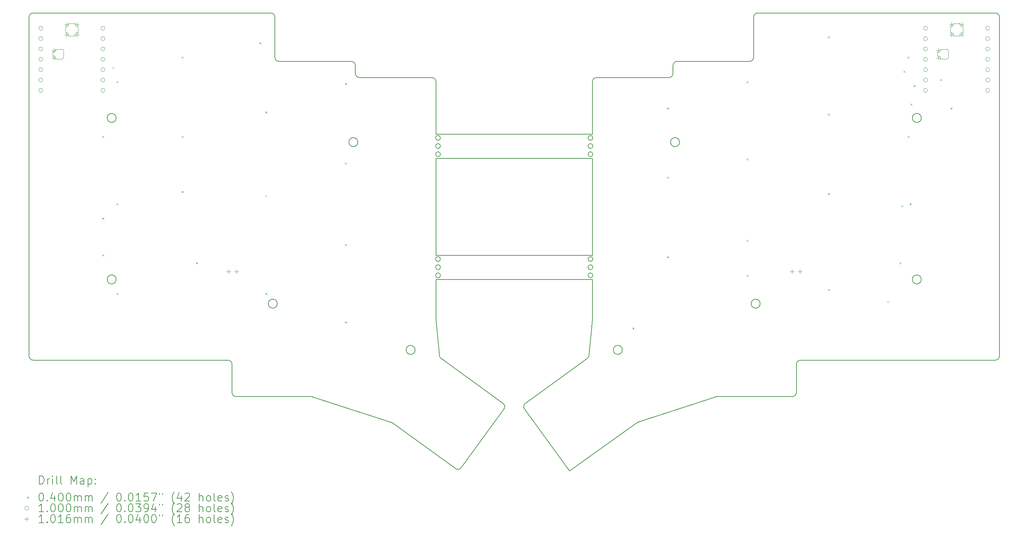
<source format=gbr>
%TF.GenerationSoftware,KiCad,Pcbnew,8.0.1*%
%TF.CreationDate,2024-04-22T06:22:56+12:00*%
%TF.ProjectId,main routed,6d61696e-2072-46f7-9574-65642e6b6963,v1.0.0*%
%TF.SameCoordinates,Original*%
%TF.FileFunction,Drillmap*%
%TF.FilePolarity,Positive*%
%FSLAX45Y45*%
G04 Gerber Fmt 4.5, Leading zero omitted, Abs format (unit mm)*
G04 Created by KiCad (PCBNEW 8.0.1) date 2024-04-22 06:22:56*
%MOMM*%
%LPD*%
G01*
G04 APERTURE LIST*
%ADD10C,0.150000*%
%ADD11C,0.120000*%
%ADD12C,0.200000*%
%ADD13C,0.100000*%
%ADD14C,0.101600*%
G04 APERTURE END LIST*
D10*
X16663200Y-9396760D02*
G75*
G02*
X16543200Y-9396760I-60000J0D01*
G01*
X16543200Y-9396760D02*
G75*
G02*
X16663200Y-9396760I60000J0D01*
G01*
X17747552Y-13413188D02*
X16131564Y-14568917D01*
X2935226Y-11878560D02*
X7713226Y-11878560D01*
X12924026Y-9596760D02*
G75*
G02*
X12804026Y-9596760I-60000J0D01*
G01*
X12804026Y-9596760D02*
G75*
G02*
X12924026Y-9596760I60000J0D01*
G01*
X12815666Y-10892638D02*
G75*
G02*
X12815226Y-10883261I99554J9378D01*
G01*
X20604000Y-4448120D02*
G75*
G02*
X20504000Y-4548120I-100000J0D01*
G01*
X18628000Y-4844360D02*
G75*
G02*
X18528000Y-4944360I-100000J0D01*
G01*
X21654000Y-11978560D02*
G75*
G02*
X21754000Y-11878560I100000J0D01*
G01*
X8863226Y-4448120D02*
X8863226Y-3459400D01*
X2935226Y-11878560D02*
G75*
G02*
X2835230Y-11778560I4J100000D01*
G01*
X10739226Y-4548120D02*
X8963226Y-4548120D01*
X12924026Y-6824960D02*
G75*
G02*
X12804026Y-6824960I-60000J0D01*
G01*
X12804026Y-6824960D02*
G75*
G02*
X12924026Y-6824960I60000J0D01*
G01*
X8923226Y-10491720D02*
G75*
G02*
X8703226Y-10491720I-110000J0D01*
G01*
X8703226Y-10491720D02*
G75*
G02*
X8923226Y-10491720I110000J0D01*
G01*
X8763226Y-3359400D02*
G75*
G02*
X8863230Y-3459400I4J-100000D01*
G01*
X16663200Y-6624960D02*
G75*
G02*
X16543200Y-6624960I-60000J0D01*
G01*
X16543200Y-6624960D02*
G75*
G02*
X16663200Y-6624960I60000J0D01*
G01*
X24716000Y-5934960D02*
G75*
G02*
X24496000Y-5934960I-110000J0D01*
G01*
X24496000Y-5934960D02*
G75*
G02*
X24716000Y-5934960I110000J0D01*
G01*
X9781954Y-12772920D02*
X9780262Y-12778129D01*
X10839226Y-4844360D02*
X10839226Y-4648120D01*
X20604000Y-3459400D02*
X20604000Y-4448120D01*
X12924026Y-6424960D02*
G75*
G02*
X12804026Y-6424960I-60000J0D01*
G01*
X12804026Y-6424960D02*
G75*
G02*
X12924026Y-6424960I60000J0D01*
G01*
X16529117Y-11831180D02*
X15007495Y-12936703D01*
X17774823Y-13399421D02*
X19686964Y-12778129D01*
X16652000Y-6334960D02*
X16652000Y-5044360D01*
X18528000Y-4944360D02*
X16752000Y-4944360D01*
X12815226Y-6334960D02*
X12815226Y-5044360D01*
X21654000Y-12672920D02*
G75*
G02*
X21554000Y-12772920I-100000J0D01*
G01*
X26632000Y-11778560D02*
X26632000Y-3459400D01*
X10939226Y-4944360D02*
G75*
G02*
X10839230Y-4844360I4J100000D01*
G01*
X12815226Y-6925560D02*
X16652000Y-6925560D01*
X7813226Y-11978560D02*
X7813226Y-12672920D01*
X17385040Y-11626489D02*
G75*
G02*
X17165040Y-11626489I-110000J0D01*
G01*
X17165040Y-11626489D02*
G75*
G02*
X17385040Y-11626489I110000J0D01*
G01*
X16652000Y-6334960D02*
X12815226Y-6334960D01*
X2935226Y-3359400D02*
X8763226Y-3359400D01*
X11738097Y-13414268D02*
G75*
G02*
X11765974Y-13428473I-30907J-95112D01*
G01*
X12815226Y-9897360D02*
X16652000Y-9897360D01*
X12924026Y-9396760D02*
G75*
G02*
X12804026Y-9396760I-60000J0D01*
G01*
X12804026Y-9396760D02*
G75*
G02*
X12924026Y-9396760I60000J0D01*
G01*
X12924026Y-6624960D02*
G75*
G02*
X12804026Y-6624960I-60000J0D01*
G01*
X12804026Y-6624960D02*
G75*
G02*
X12924026Y-6624960I60000J0D01*
G01*
X9780262Y-12778129D02*
X11738097Y-13414268D01*
X4971226Y-5934960D02*
G75*
G02*
X4751226Y-5934960I-110000J0D01*
G01*
X4751226Y-5934960D02*
G75*
G02*
X4971226Y-5934960I110000J0D01*
G01*
X14985372Y-13076383D02*
X16091113Y-14598306D01*
X18628000Y-4648120D02*
G75*
G02*
X18728000Y-4548120I100000J0D01*
G01*
X16569897Y-11759655D02*
G75*
G02*
X16529117Y-11831180I-99557J9376D01*
G01*
X12715226Y-4944360D02*
G75*
G02*
X12815230Y-5044360I4J-100000D01*
G01*
X7713226Y-11878560D02*
G75*
G02*
X7813230Y-11978560I4J-100000D01*
G01*
X18628000Y-4648120D02*
X18628000Y-4844360D01*
X4971226Y-9897360D02*
G75*
G02*
X4751226Y-9897360I-110000J0D01*
G01*
X4751226Y-9897360D02*
G75*
G02*
X4971226Y-9897360I110000J0D01*
G01*
X14459731Y-12936703D02*
X12938109Y-11831180D01*
X16663200Y-6424960D02*
G75*
G02*
X16543200Y-6424960I-60000J0D01*
G01*
X16543200Y-6424960D02*
G75*
G02*
X16663200Y-6424960I60000J0D01*
G01*
X11765974Y-13428472D02*
X13295211Y-14539527D01*
X21754000Y-11878560D02*
X26532000Y-11878560D01*
X16652000Y-10883261D02*
X16652000Y-9897360D01*
X14459731Y-12936703D02*
G75*
G02*
X14481848Y-13076379I-58781J-80897D01*
G01*
X16652000Y-9306760D02*
X16652000Y-6925560D01*
X16652000Y-5044360D02*
G75*
G02*
X16752000Y-4944360I100000J0D01*
G01*
X7913226Y-12772920D02*
G75*
G02*
X7813230Y-12672920I4J100000D01*
G01*
X16663200Y-9596760D02*
G75*
G02*
X16543200Y-9596760I-60000J0D01*
G01*
X16543200Y-9596760D02*
G75*
G02*
X16663200Y-9596760I60000J0D01*
G01*
X17747552Y-13413188D02*
G75*
G02*
X17774822Y-13399420I58178J-81342D01*
G01*
X26632000Y-11778560D02*
G75*
G02*
X26532000Y-11878560I-100000J0D01*
G01*
X16091113Y-14598306D02*
X16131564Y-14568917D01*
X12302186Y-11626489D02*
G75*
G02*
X12082186Y-11626489I-110000J0D01*
G01*
X12082186Y-11626489D02*
G75*
G02*
X12302186Y-11626489I110000J0D01*
G01*
X14985372Y-13076383D02*
G75*
G02*
X15007492Y-12936698I80898J58783D01*
G01*
X2835226Y-11778560D02*
X2835226Y-3459400D01*
X2835226Y-3459400D02*
G75*
G02*
X2935226Y-3359396I100004J0D01*
G01*
X7913226Y-12772920D02*
X9781954Y-12772920D01*
X18788000Y-6529320D02*
G75*
G02*
X18568000Y-6529320I-110000J0D01*
G01*
X18568000Y-6529320D02*
G75*
G02*
X18788000Y-6529320I110000J0D01*
G01*
X16663200Y-9796760D02*
G75*
G02*
X16543200Y-9796760I-60000J0D01*
G01*
X16543200Y-9796760D02*
G75*
G02*
X16663200Y-9796760I60000J0D01*
G01*
X10739226Y-4548120D02*
G75*
G02*
X10839230Y-4648120I4J-100000D01*
G01*
X12815226Y-10883261D02*
X12815226Y-9897360D01*
X12924026Y-9796760D02*
G75*
G02*
X12804026Y-9796760I-60000J0D01*
G01*
X12804026Y-9796760D02*
G75*
G02*
X12924026Y-9796760I60000J0D01*
G01*
X16652000Y-9306760D02*
X12815226Y-9306760D01*
X21654000Y-12672920D02*
X21654000Y-11978560D01*
X20704000Y-3359400D02*
X26532000Y-3359400D01*
X12715226Y-4944360D02*
X10939226Y-4944360D01*
X13434891Y-14517404D02*
G75*
G02*
X13295211Y-14539527I-80901J58774D01*
G01*
X20504000Y-4548120D02*
X18728000Y-4548120D01*
X26532000Y-3359400D02*
G75*
G02*
X26632000Y-3459400I0J-100000D01*
G01*
X24716000Y-9897360D02*
G75*
G02*
X24496000Y-9897360I-110000J0D01*
G01*
X24496000Y-9897360D02*
G75*
G02*
X24716000Y-9897360I110000J0D01*
G01*
X12815226Y-9306760D02*
X12815226Y-6925560D01*
X16652000Y-10883261D02*
G75*
G02*
X16651559Y-10892638I-100000J1D01*
G01*
X16663200Y-6824960D02*
G75*
G02*
X16543200Y-6824960I-60000J0D01*
G01*
X16543200Y-6824960D02*
G75*
G02*
X16663200Y-6824960I60000J0D01*
G01*
X20764000Y-10491720D02*
G75*
G02*
X20544000Y-10491720I-110000J0D01*
G01*
X20544000Y-10491720D02*
G75*
G02*
X20764000Y-10491720I110000J0D01*
G01*
X10899226Y-6529320D02*
G75*
G02*
X10679226Y-6529320I-110000J0D01*
G01*
X10679226Y-6529320D02*
G75*
G02*
X10899226Y-6529320I110000J0D01*
G01*
X8963226Y-4548120D02*
G75*
G02*
X8863230Y-4448120I4J100000D01*
G01*
X19686964Y-12778129D02*
X19685272Y-12772920D01*
X20604000Y-3459400D02*
G75*
G02*
X20704000Y-3359400I100000J0D01*
G01*
X13434891Y-14517404D02*
X14481854Y-13076383D01*
X16569897Y-11759655D02*
X16651559Y-10892638D01*
X12938109Y-11831180D02*
G75*
G02*
X12897331Y-11759655I58781J80900D01*
G01*
X19685272Y-12772920D02*
X21554000Y-12772920D01*
X12897328Y-11759655D02*
X12815666Y-10892638D01*
D11*
X25113100Y-4421980D02*
X25113100Y-4317840D01*
X25181680Y-4249260D02*
X25341700Y-4249260D01*
X25341700Y-4490560D02*
X25181680Y-4490560D01*
X25379800Y-4287360D02*
X25379800Y-4452460D01*
X25430600Y-3850480D02*
X25430600Y-3682840D01*
X25499180Y-3614260D02*
X25666820Y-3614260D01*
X25499180Y-3919060D02*
X25666820Y-3919060D01*
X25735400Y-3850480D02*
X25735400Y-3682840D01*
X25113100Y-4421980D02*
G75*
G02*
X25181686Y-4490549I24780J-43800D01*
G01*
X25181680Y-4249260D02*
G75*
G02*
X25113111Y-4317846I-43800J-24780D01*
G01*
X25341700Y-4249260D02*
G75*
G02*
X25379800Y-4287360I0J-38100D01*
G01*
X25379800Y-4452460D02*
G75*
G02*
X25341700Y-4490560I-38100J0D01*
G01*
X25430600Y-3850480D02*
G75*
G02*
X25499186Y-3919049I24780J-43800D01*
G01*
X25499180Y-3614260D02*
G75*
G02*
X25430611Y-3682846I-43800J-24780D01*
G01*
X25666820Y-3919060D02*
G75*
G02*
X25735389Y-3850474I43800J24780D01*
G01*
X25735400Y-3682840D02*
G75*
G02*
X25666827Y-3614247I-24770J43810D01*
G01*
X3414326Y-4421980D02*
X3414326Y-4317840D01*
X3482906Y-4249260D02*
X3642926Y-4249260D01*
X3642926Y-4490560D02*
X3482906Y-4490560D01*
X3681026Y-4287360D02*
X3681026Y-4452460D01*
X3731826Y-3850480D02*
X3731826Y-3682840D01*
X3800406Y-3614260D02*
X3968046Y-3614260D01*
X3800406Y-3919060D02*
X3968046Y-3919060D01*
X4036626Y-3850480D02*
X4036626Y-3682840D01*
X3414326Y-4421980D02*
G75*
G02*
X3482912Y-4490549I24780J-43800D01*
G01*
X3482906Y-4249260D02*
G75*
G02*
X3414337Y-4317846I-43800J-24780D01*
G01*
X3642926Y-4249260D02*
G75*
G02*
X3681026Y-4287360I0J-38100D01*
G01*
X3681026Y-4452460D02*
G75*
G02*
X3642926Y-4490560I-38100J0D01*
G01*
X3731826Y-3850480D02*
G75*
G02*
X3800412Y-3919049I24780J-43800D01*
G01*
X3800406Y-3614260D02*
G75*
G02*
X3731837Y-3682846I-43800J-24780D01*
G01*
X3968046Y-3919060D02*
G75*
G02*
X4036615Y-3850474I43800J24780D01*
G01*
X4036626Y-3682840D02*
G75*
G02*
X3968053Y-3614247I-24770J43810D01*
G01*
D12*
D13*
X4630000Y-6380000D02*
X4670000Y-6420000D01*
X4670000Y-6380000D02*
X4630000Y-6420000D01*
X4630000Y-8380000D02*
X4670000Y-8420000D01*
X4670000Y-8380000D02*
X4630000Y-8420000D01*
X4630000Y-9280000D02*
X4670000Y-9320000D01*
X4670000Y-9280000D02*
X4630000Y-9320000D01*
X4880000Y-4680000D02*
X4920000Y-4720000D01*
X4920000Y-4680000D02*
X4880000Y-4720000D01*
X4980000Y-5030000D02*
X5020000Y-5070000D01*
X5020000Y-5030000D02*
X4980000Y-5070000D01*
X4980000Y-8030000D02*
X5020000Y-8070000D01*
X5020000Y-8030000D02*
X4980000Y-8070000D01*
X4980000Y-10230000D02*
X5020000Y-10270000D01*
X5020000Y-10230000D02*
X4980000Y-10270000D01*
X6580000Y-4430000D02*
X6620000Y-4470000D01*
X6620000Y-4430000D02*
X6580000Y-4470000D01*
X6580000Y-6380000D02*
X6620000Y-6420000D01*
X6620000Y-6380000D02*
X6580000Y-6420000D01*
X6580000Y-7730000D02*
X6620000Y-7770000D01*
X6620000Y-7730000D02*
X6580000Y-7770000D01*
X6930000Y-9480000D02*
X6970000Y-9520000D01*
X6970000Y-9480000D02*
X6930000Y-9520000D01*
X8480000Y-4080000D02*
X8520000Y-4120000D01*
X8520000Y-4080000D02*
X8480000Y-4120000D01*
X8630000Y-5780000D02*
X8670000Y-5820000D01*
X8670000Y-5780000D02*
X8630000Y-5820000D01*
X8630000Y-7830000D02*
X8670000Y-7870000D01*
X8670000Y-7830000D02*
X8630000Y-7870000D01*
X8630000Y-10230000D02*
X8670000Y-10270000D01*
X8670000Y-10230000D02*
X8630000Y-10270000D01*
X10580000Y-5080000D02*
X10620000Y-5120000D01*
X10620000Y-5080000D02*
X10580000Y-5120000D01*
X10580000Y-7030000D02*
X10620000Y-7070000D01*
X10620000Y-7030000D02*
X10580000Y-7070000D01*
X10580000Y-9030000D02*
X10620000Y-9070000D01*
X10620000Y-9030000D02*
X10580000Y-9070000D01*
X10580000Y-10930000D02*
X10620000Y-10970000D01*
X10620000Y-10930000D02*
X10580000Y-10970000D01*
X17630000Y-11080000D02*
X17670000Y-11120000D01*
X17670000Y-11080000D02*
X17630000Y-11120000D01*
X18480000Y-5680000D02*
X18520000Y-5720000D01*
X18520000Y-5680000D02*
X18480000Y-5720000D01*
X18480000Y-7380000D02*
X18520000Y-7420000D01*
X18520000Y-7380000D02*
X18480000Y-7420000D01*
X18480000Y-9330000D02*
X18520000Y-9370000D01*
X18520000Y-9330000D02*
X18480000Y-9370000D01*
X20430000Y-5030000D02*
X20470000Y-5070000D01*
X20470000Y-5030000D02*
X20430000Y-5070000D01*
X20430000Y-6930000D02*
X20470000Y-6970000D01*
X20470000Y-6930000D02*
X20430000Y-6970000D01*
X20430000Y-8930000D02*
X20470000Y-8970000D01*
X20470000Y-8930000D02*
X20430000Y-8970000D01*
X20430000Y-9780000D02*
X20470000Y-9820000D01*
X20470000Y-9780000D02*
X20430000Y-9820000D01*
X22430000Y-3930000D02*
X22470000Y-3970000D01*
X22470000Y-3930000D02*
X22430000Y-3970000D01*
X22430000Y-5830000D02*
X22470000Y-5870000D01*
X22470000Y-5830000D02*
X22430000Y-5870000D01*
X22430000Y-7780000D02*
X22470000Y-7820000D01*
X22470000Y-7780000D02*
X22430000Y-7820000D01*
X22430000Y-10130000D02*
X22470000Y-10170000D01*
X22470000Y-10130000D02*
X22430000Y-10170000D01*
X23880000Y-10430000D02*
X23920000Y-10470000D01*
X23920000Y-10430000D02*
X23880000Y-10470000D01*
X24180000Y-9480000D02*
X24220000Y-9520000D01*
X24220000Y-9480000D02*
X24180000Y-9520000D01*
X24230000Y-8080000D02*
X24270000Y-8120000D01*
X24270000Y-8080000D02*
X24230000Y-8120000D01*
X24280000Y-4780000D02*
X24320000Y-4820000D01*
X24320000Y-4780000D02*
X24280000Y-4820000D01*
X24380000Y-4430000D02*
X24420000Y-4470000D01*
X24420000Y-4430000D02*
X24380000Y-4470000D01*
X24380000Y-6380000D02*
X24420000Y-6420000D01*
X24420000Y-6380000D02*
X24380000Y-6420000D01*
X24430000Y-8030000D02*
X24470000Y-8070000D01*
X24470000Y-8030000D02*
X24430000Y-8070000D01*
X24452500Y-5580000D02*
X24492500Y-5620000D01*
X24492500Y-5580000D02*
X24452500Y-5620000D01*
X24530000Y-5130000D02*
X24570000Y-5170000D01*
X24570000Y-5130000D02*
X24530000Y-5170000D01*
X25180000Y-4980000D02*
X25220000Y-5020000D01*
X25220000Y-4980000D02*
X25180000Y-5020000D01*
X25430000Y-5680000D02*
X25470000Y-5720000D01*
X25470000Y-5680000D02*
X25430000Y-5720000D01*
X3172226Y-3734860D02*
G75*
G02*
X3072226Y-3734860I-50000J0D01*
G01*
X3072226Y-3734860D02*
G75*
G02*
X3172226Y-3734860I50000J0D01*
G01*
X3172226Y-3988860D02*
G75*
G02*
X3072226Y-3988860I-50000J0D01*
G01*
X3072226Y-3988860D02*
G75*
G02*
X3172226Y-3988860I50000J0D01*
G01*
X3172226Y-4242860D02*
G75*
G02*
X3072226Y-4242860I-50000J0D01*
G01*
X3072226Y-4242860D02*
G75*
G02*
X3172226Y-4242860I50000J0D01*
G01*
X3172226Y-4496860D02*
G75*
G02*
X3072226Y-4496860I-50000J0D01*
G01*
X3072226Y-4496860D02*
G75*
G02*
X3172226Y-4496860I50000J0D01*
G01*
X3172226Y-4750860D02*
G75*
G02*
X3072226Y-4750860I-50000J0D01*
G01*
X3072226Y-4750860D02*
G75*
G02*
X3172226Y-4750860I50000J0D01*
G01*
X3172226Y-5004860D02*
G75*
G02*
X3072226Y-5004860I-50000J0D01*
G01*
X3072226Y-5004860D02*
G75*
G02*
X3172226Y-5004860I50000J0D01*
G01*
X3172226Y-5258860D02*
G75*
G02*
X3072226Y-5258860I-50000J0D01*
G01*
X3072226Y-5258860D02*
G75*
G02*
X3172226Y-5258860I50000J0D01*
G01*
X4696226Y-3734860D02*
G75*
G02*
X4596226Y-3734860I-50000J0D01*
G01*
X4596226Y-3734860D02*
G75*
G02*
X4696226Y-3734860I50000J0D01*
G01*
X4696226Y-3988860D02*
G75*
G02*
X4596226Y-3988860I-50000J0D01*
G01*
X4596226Y-3988860D02*
G75*
G02*
X4696226Y-3988860I50000J0D01*
G01*
X4696226Y-4242860D02*
G75*
G02*
X4596226Y-4242860I-50000J0D01*
G01*
X4596226Y-4242860D02*
G75*
G02*
X4696226Y-4242860I50000J0D01*
G01*
X4696226Y-4496860D02*
G75*
G02*
X4596226Y-4496860I-50000J0D01*
G01*
X4596226Y-4496860D02*
G75*
G02*
X4696226Y-4496860I50000J0D01*
G01*
X4696226Y-4750860D02*
G75*
G02*
X4596226Y-4750860I-50000J0D01*
G01*
X4596226Y-4750860D02*
G75*
G02*
X4696226Y-4750860I50000J0D01*
G01*
X4696226Y-5004860D02*
G75*
G02*
X4596226Y-5004860I-50000J0D01*
G01*
X4596226Y-5004860D02*
G75*
G02*
X4696226Y-5004860I50000J0D01*
G01*
X4696226Y-5258860D02*
G75*
G02*
X4596226Y-5258860I-50000J0D01*
G01*
X4596226Y-5258860D02*
G75*
G02*
X4696226Y-5258860I50000J0D01*
G01*
X24871000Y-3734860D02*
G75*
G02*
X24771000Y-3734860I-50000J0D01*
G01*
X24771000Y-3734860D02*
G75*
G02*
X24871000Y-3734860I50000J0D01*
G01*
X24871000Y-3988860D02*
G75*
G02*
X24771000Y-3988860I-50000J0D01*
G01*
X24771000Y-3988860D02*
G75*
G02*
X24871000Y-3988860I50000J0D01*
G01*
X24871000Y-4242860D02*
G75*
G02*
X24771000Y-4242860I-50000J0D01*
G01*
X24771000Y-4242860D02*
G75*
G02*
X24871000Y-4242860I50000J0D01*
G01*
X24871000Y-4496860D02*
G75*
G02*
X24771000Y-4496860I-50000J0D01*
G01*
X24771000Y-4496860D02*
G75*
G02*
X24871000Y-4496860I50000J0D01*
G01*
X24871000Y-4750860D02*
G75*
G02*
X24771000Y-4750860I-50000J0D01*
G01*
X24771000Y-4750860D02*
G75*
G02*
X24871000Y-4750860I50000J0D01*
G01*
X24871000Y-5004860D02*
G75*
G02*
X24771000Y-5004860I-50000J0D01*
G01*
X24771000Y-5004860D02*
G75*
G02*
X24871000Y-5004860I50000J0D01*
G01*
X24871000Y-5258860D02*
G75*
G02*
X24771000Y-5258860I-50000J0D01*
G01*
X24771000Y-5258860D02*
G75*
G02*
X24871000Y-5258860I50000J0D01*
G01*
X26395000Y-3734860D02*
G75*
G02*
X26295000Y-3734860I-50000J0D01*
G01*
X26295000Y-3734860D02*
G75*
G02*
X26395000Y-3734860I50000J0D01*
G01*
X26395000Y-3988860D02*
G75*
G02*
X26295000Y-3988860I-50000J0D01*
G01*
X26295000Y-3988860D02*
G75*
G02*
X26395000Y-3988860I50000J0D01*
G01*
X26395000Y-4242860D02*
G75*
G02*
X26295000Y-4242860I-50000J0D01*
G01*
X26295000Y-4242860D02*
G75*
G02*
X26395000Y-4242860I50000J0D01*
G01*
X26395000Y-4496860D02*
G75*
G02*
X26295000Y-4496860I-50000J0D01*
G01*
X26295000Y-4496860D02*
G75*
G02*
X26395000Y-4496860I50000J0D01*
G01*
X26395000Y-4750860D02*
G75*
G02*
X26295000Y-4750860I-50000J0D01*
G01*
X26295000Y-4750860D02*
G75*
G02*
X26395000Y-4750860I50000J0D01*
G01*
X26395000Y-5004860D02*
G75*
G02*
X26295000Y-5004860I-50000J0D01*
G01*
X26295000Y-5004860D02*
G75*
G02*
X26395000Y-5004860I50000J0D01*
G01*
X26395000Y-5258860D02*
G75*
G02*
X26295000Y-5258860I-50000J0D01*
G01*
X26295000Y-5258860D02*
G75*
G02*
X26395000Y-5258860I50000J0D01*
G01*
D14*
X3439726Y-4223860D02*
X3439726Y-4325460D01*
X3388926Y-4274660D02*
X3490526Y-4274660D01*
X3439726Y-4414360D02*
X3439726Y-4515960D01*
X3388926Y-4465160D02*
X3490526Y-4465160D01*
X3757226Y-3588860D02*
X3757226Y-3690460D01*
X3706426Y-3639660D02*
X3808026Y-3639660D01*
X3757226Y-3842860D02*
X3757226Y-3944460D01*
X3706426Y-3893660D02*
X3808026Y-3893660D01*
X4011226Y-3588860D02*
X4011226Y-3690460D01*
X3960426Y-3639660D02*
X4062026Y-3639660D01*
X4011226Y-3842860D02*
X4011226Y-3944460D01*
X3960426Y-3893660D02*
X4062026Y-3893660D01*
X7725226Y-9652200D02*
X7725226Y-9753800D01*
X7674426Y-9703000D02*
X7776026Y-9703000D01*
X7925226Y-9652200D02*
X7925226Y-9753800D01*
X7874426Y-9703000D02*
X7976026Y-9703000D01*
X21542000Y-9652200D02*
X21542000Y-9753800D01*
X21491200Y-9703000D02*
X21592800Y-9703000D01*
X21742000Y-9652200D02*
X21742000Y-9753800D01*
X21691200Y-9703000D02*
X21792800Y-9703000D01*
X25138500Y-4223860D02*
X25138500Y-4325460D01*
X25087700Y-4274660D02*
X25189300Y-4274660D01*
X25138500Y-4414360D02*
X25138500Y-4515960D01*
X25087700Y-4465160D02*
X25189300Y-4465160D01*
X25456000Y-3588860D02*
X25456000Y-3690460D01*
X25405200Y-3639660D02*
X25506800Y-3639660D01*
X25456000Y-3842860D02*
X25456000Y-3944460D01*
X25405200Y-3893660D02*
X25506800Y-3893660D01*
X25710000Y-3588860D02*
X25710000Y-3690460D01*
X25659200Y-3639660D02*
X25760800Y-3639660D01*
X25710000Y-3842860D02*
X25710000Y-3944460D01*
X25659200Y-3893660D02*
X25760800Y-3893660D01*
D12*
X3088502Y-14917290D02*
X3088502Y-14717290D01*
X3088502Y-14717290D02*
X3136121Y-14717290D01*
X3136121Y-14717290D02*
X3164693Y-14726813D01*
X3164693Y-14726813D02*
X3183741Y-14745861D01*
X3183741Y-14745861D02*
X3193264Y-14764909D01*
X3193264Y-14764909D02*
X3202788Y-14803004D01*
X3202788Y-14803004D02*
X3202788Y-14831575D01*
X3202788Y-14831575D02*
X3193264Y-14869671D01*
X3193264Y-14869671D02*
X3183741Y-14888718D01*
X3183741Y-14888718D02*
X3164693Y-14907766D01*
X3164693Y-14907766D02*
X3136121Y-14917290D01*
X3136121Y-14917290D02*
X3088502Y-14917290D01*
X3288502Y-14917290D02*
X3288502Y-14783956D01*
X3288502Y-14822052D02*
X3298026Y-14803004D01*
X3298026Y-14803004D02*
X3307550Y-14793480D01*
X3307550Y-14793480D02*
X3326598Y-14783956D01*
X3326598Y-14783956D02*
X3345645Y-14783956D01*
X3412312Y-14917290D02*
X3412312Y-14783956D01*
X3412312Y-14717290D02*
X3402788Y-14726813D01*
X3402788Y-14726813D02*
X3412312Y-14736337D01*
X3412312Y-14736337D02*
X3421836Y-14726813D01*
X3421836Y-14726813D02*
X3412312Y-14717290D01*
X3412312Y-14717290D02*
X3412312Y-14736337D01*
X3536121Y-14917290D02*
X3517074Y-14907766D01*
X3517074Y-14907766D02*
X3507550Y-14888718D01*
X3507550Y-14888718D02*
X3507550Y-14717290D01*
X3640883Y-14917290D02*
X3621836Y-14907766D01*
X3621836Y-14907766D02*
X3612312Y-14888718D01*
X3612312Y-14888718D02*
X3612312Y-14717290D01*
X3869455Y-14917290D02*
X3869455Y-14717290D01*
X3869455Y-14717290D02*
X3936122Y-14860147D01*
X3936122Y-14860147D02*
X4002788Y-14717290D01*
X4002788Y-14717290D02*
X4002788Y-14917290D01*
X4183741Y-14917290D02*
X4183741Y-14812528D01*
X4183741Y-14812528D02*
X4174217Y-14793480D01*
X4174217Y-14793480D02*
X4155169Y-14783956D01*
X4155169Y-14783956D02*
X4117074Y-14783956D01*
X4117074Y-14783956D02*
X4098026Y-14793480D01*
X4183741Y-14907766D02*
X4164693Y-14917290D01*
X4164693Y-14917290D02*
X4117074Y-14917290D01*
X4117074Y-14917290D02*
X4098026Y-14907766D01*
X4098026Y-14907766D02*
X4088502Y-14888718D01*
X4088502Y-14888718D02*
X4088502Y-14869671D01*
X4088502Y-14869671D02*
X4098026Y-14850623D01*
X4098026Y-14850623D02*
X4117074Y-14841099D01*
X4117074Y-14841099D02*
X4164693Y-14841099D01*
X4164693Y-14841099D02*
X4183741Y-14831575D01*
X4278979Y-14783956D02*
X4278979Y-14983956D01*
X4278979Y-14793480D02*
X4298026Y-14783956D01*
X4298026Y-14783956D02*
X4336122Y-14783956D01*
X4336122Y-14783956D02*
X4355169Y-14793480D01*
X4355169Y-14793480D02*
X4364693Y-14803004D01*
X4364693Y-14803004D02*
X4374217Y-14822052D01*
X4374217Y-14822052D02*
X4374217Y-14879194D01*
X4374217Y-14879194D02*
X4364693Y-14898242D01*
X4364693Y-14898242D02*
X4355169Y-14907766D01*
X4355169Y-14907766D02*
X4336122Y-14917290D01*
X4336122Y-14917290D02*
X4298026Y-14917290D01*
X4298026Y-14917290D02*
X4278979Y-14907766D01*
X4459931Y-14898242D02*
X4469455Y-14907766D01*
X4469455Y-14907766D02*
X4459931Y-14917290D01*
X4459931Y-14917290D02*
X4450407Y-14907766D01*
X4450407Y-14907766D02*
X4459931Y-14898242D01*
X4459931Y-14898242D02*
X4459931Y-14917290D01*
X4459931Y-14793480D02*
X4469455Y-14803004D01*
X4469455Y-14803004D02*
X4459931Y-14812528D01*
X4459931Y-14812528D02*
X4450407Y-14803004D01*
X4450407Y-14803004D02*
X4459931Y-14793480D01*
X4459931Y-14793480D02*
X4459931Y-14812528D01*
D13*
X2787726Y-15225806D02*
X2827726Y-15265806D01*
X2827726Y-15225806D02*
X2787726Y-15265806D01*
D12*
X3126598Y-15137290D02*
X3145645Y-15137290D01*
X3145645Y-15137290D02*
X3164693Y-15146813D01*
X3164693Y-15146813D02*
X3174217Y-15156337D01*
X3174217Y-15156337D02*
X3183741Y-15175385D01*
X3183741Y-15175385D02*
X3193264Y-15213480D01*
X3193264Y-15213480D02*
X3193264Y-15261099D01*
X3193264Y-15261099D02*
X3183741Y-15299194D01*
X3183741Y-15299194D02*
X3174217Y-15318242D01*
X3174217Y-15318242D02*
X3164693Y-15327766D01*
X3164693Y-15327766D02*
X3145645Y-15337290D01*
X3145645Y-15337290D02*
X3126598Y-15337290D01*
X3126598Y-15337290D02*
X3107550Y-15327766D01*
X3107550Y-15327766D02*
X3098026Y-15318242D01*
X3098026Y-15318242D02*
X3088502Y-15299194D01*
X3088502Y-15299194D02*
X3078979Y-15261099D01*
X3078979Y-15261099D02*
X3078979Y-15213480D01*
X3078979Y-15213480D02*
X3088502Y-15175385D01*
X3088502Y-15175385D02*
X3098026Y-15156337D01*
X3098026Y-15156337D02*
X3107550Y-15146813D01*
X3107550Y-15146813D02*
X3126598Y-15137290D01*
X3278979Y-15318242D02*
X3288502Y-15327766D01*
X3288502Y-15327766D02*
X3278979Y-15337290D01*
X3278979Y-15337290D02*
X3269455Y-15327766D01*
X3269455Y-15327766D02*
X3278979Y-15318242D01*
X3278979Y-15318242D02*
X3278979Y-15337290D01*
X3459931Y-15203956D02*
X3459931Y-15337290D01*
X3412312Y-15127766D02*
X3364693Y-15270623D01*
X3364693Y-15270623D02*
X3488502Y-15270623D01*
X3602788Y-15137290D02*
X3621836Y-15137290D01*
X3621836Y-15137290D02*
X3640883Y-15146813D01*
X3640883Y-15146813D02*
X3650407Y-15156337D01*
X3650407Y-15156337D02*
X3659931Y-15175385D01*
X3659931Y-15175385D02*
X3669455Y-15213480D01*
X3669455Y-15213480D02*
X3669455Y-15261099D01*
X3669455Y-15261099D02*
X3659931Y-15299194D01*
X3659931Y-15299194D02*
X3650407Y-15318242D01*
X3650407Y-15318242D02*
X3640883Y-15327766D01*
X3640883Y-15327766D02*
X3621836Y-15337290D01*
X3621836Y-15337290D02*
X3602788Y-15337290D01*
X3602788Y-15337290D02*
X3583741Y-15327766D01*
X3583741Y-15327766D02*
X3574217Y-15318242D01*
X3574217Y-15318242D02*
X3564693Y-15299194D01*
X3564693Y-15299194D02*
X3555169Y-15261099D01*
X3555169Y-15261099D02*
X3555169Y-15213480D01*
X3555169Y-15213480D02*
X3564693Y-15175385D01*
X3564693Y-15175385D02*
X3574217Y-15156337D01*
X3574217Y-15156337D02*
X3583741Y-15146813D01*
X3583741Y-15146813D02*
X3602788Y-15137290D01*
X3793264Y-15137290D02*
X3812312Y-15137290D01*
X3812312Y-15137290D02*
X3831360Y-15146813D01*
X3831360Y-15146813D02*
X3840883Y-15156337D01*
X3840883Y-15156337D02*
X3850407Y-15175385D01*
X3850407Y-15175385D02*
X3859931Y-15213480D01*
X3859931Y-15213480D02*
X3859931Y-15261099D01*
X3859931Y-15261099D02*
X3850407Y-15299194D01*
X3850407Y-15299194D02*
X3840883Y-15318242D01*
X3840883Y-15318242D02*
X3831360Y-15327766D01*
X3831360Y-15327766D02*
X3812312Y-15337290D01*
X3812312Y-15337290D02*
X3793264Y-15337290D01*
X3793264Y-15337290D02*
X3774217Y-15327766D01*
X3774217Y-15327766D02*
X3764693Y-15318242D01*
X3764693Y-15318242D02*
X3755169Y-15299194D01*
X3755169Y-15299194D02*
X3745645Y-15261099D01*
X3745645Y-15261099D02*
X3745645Y-15213480D01*
X3745645Y-15213480D02*
X3755169Y-15175385D01*
X3755169Y-15175385D02*
X3764693Y-15156337D01*
X3764693Y-15156337D02*
X3774217Y-15146813D01*
X3774217Y-15146813D02*
X3793264Y-15137290D01*
X3945645Y-15337290D02*
X3945645Y-15203956D01*
X3945645Y-15223004D02*
X3955169Y-15213480D01*
X3955169Y-15213480D02*
X3974217Y-15203956D01*
X3974217Y-15203956D02*
X4002788Y-15203956D01*
X4002788Y-15203956D02*
X4021836Y-15213480D01*
X4021836Y-15213480D02*
X4031360Y-15232528D01*
X4031360Y-15232528D02*
X4031360Y-15337290D01*
X4031360Y-15232528D02*
X4040883Y-15213480D01*
X4040883Y-15213480D02*
X4059931Y-15203956D01*
X4059931Y-15203956D02*
X4088502Y-15203956D01*
X4088502Y-15203956D02*
X4107550Y-15213480D01*
X4107550Y-15213480D02*
X4117074Y-15232528D01*
X4117074Y-15232528D02*
X4117074Y-15337290D01*
X4212312Y-15337290D02*
X4212312Y-15203956D01*
X4212312Y-15223004D02*
X4221836Y-15213480D01*
X4221836Y-15213480D02*
X4240884Y-15203956D01*
X4240884Y-15203956D02*
X4269455Y-15203956D01*
X4269455Y-15203956D02*
X4288503Y-15213480D01*
X4288503Y-15213480D02*
X4298026Y-15232528D01*
X4298026Y-15232528D02*
X4298026Y-15337290D01*
X4298026Y-15232528D02*
X4307550Y-15213480D01*
X4307550Y-15213480D02*
X4326598Y-15203956D01*
X4326598Y-15203956D02*
X4355169Y-15203956D01*
X4355169Y-15203956D02*
X4374217Y-15213480D01*
X4374217Y-15213480D02*
X4383741Y-15232528D01*
X4383741Y-15232528D02*
X4383741Y-15337290D01*
X4774217Y-15127766D02*
X4602788Y-15384909D01*
X5031360Y-15137290D02*
X5050408Y-15137290D01*
X5050408Y-15137290D02*
X5069455Y-15146813D01*
X5069455Y-15146813D02*
X5078979Y-15156337D01*
X5078979Y-15156337D02*
X5088503Y-15175385D01*
X5088503Y-15175385D02*
X5098027Y-15213480D01*
X5098027Y-15213480D02*
X5098027Y-15261099D01*
X5098027Y-15261099D02*
X5088503Y-15299194D01*
X5088503Y-15299194D02*
X5078979Y-15318242D01*
X5078979Y-15318242D02*
X5069455Y-15327766D01*
X5069455Y-15327766D02*
X5050408Y-15337290D01*
X5050408Y-15337290D02*
X5031360Y-15337290D01*
X5031360Y-15337290D02*
X5012312Y-15327766D01*
X5012312Y-15327766D02*
X5002788Y-15318242D01*
X5002788Y-15318242D02*
X4993265Y-15299194D01*
X4993265Y-15299194D02*
X4983741Y-15261099D01*
X4983741Y-15261099D02*
X4983741Y-15213480D01*
X4983741Y-15213480D02*
X4993265Y-15175385D01*
X4993265Y-15175385D02*
X5002788Y-15156337D01*
X5002788Y-15156337D02*
X5012312Y-15146813D01*
X5012312Y-15146813D02*
X5031360Y-15137290D01*
X5183741Y-15318242D02*
X5193265Y-15327766D01*
X5193265Y-15327766D02*
X5183741Y-15337290D01*
X5183741Y-15337290D02*
X5174217Y-15327766D01*
X5174217Y-15327766D02*
X5183741Y-15318242D01*
X5183741Y-15318242D02*
X5183741Y-15337290D01*
X5317074Y-15137290D02*
X5336122Y-15137290D01*
X5336122Y-15137290D02*
X5355169Y-15146813D01*
X5355169Y-15146813D02*
X5364693Y-15156337D01*
X5364693Y-15156337D02*
X5374217Y-15175385D01*
X5374217Y-15175385D02*
X5383741Y-15213480D01*
X5383741Y-15213480D02*
X5383741Y-15261099D01*
X5383741Y-15261099D02*
X5374217Y-15299194D01*
X5374217Y-15299194D02*
X5364693Y-15318242D01*
X5364693Y-15318242D02*
X5355169Y-15327766D01*
X5355169Y-15327766D02*
X5336122Y-15337290D01*
X5336122Y-15337290D02*
X5317074Y-15337290D01*
X5317074Y-15337290D02*
X5298027Y-15327766D01*
X5298027Y-15327766D02*
X5288503Y-15318242D01*
X5288503Y-15318242D02*
X5278979Y-15299194D01*
X5278979Y-15299194D02*
X5269455Y-15261099D01*
X5269455Y-15261099D02*
X5269455Y-15213480D01*
X5269455Y-15213480D02*
X5278979Y-15175385D01*
X5278979Y-15175385D02*
X5288503Y-15156337D01*
X5288503Y-15156337D02*
X5298027Y-15146813D01*
X5298027Y-15146813D02*
X5317074Y-15137290D01*
X5574217Y-15337290D02*
X5459931Y-15337290D01*
X5517074Y-15337290D02*
X5517074Y-15137290D01*
X5517074Y-15137290D02*
X5498027Y-15165861D01*
X5498027Y-15165861D02*
X5478979Y-15184909D01*
X5478979Y-15184909D02*
X5459931Y-15194432D01*
X5755169Y-15137290D02*
X5659931Y-15137290D01*
X5659931Y-15137290D02*
X5650407Y-15232528D01*
X5650407Y-15232528D02*
X5659931Y-15223004D01*
X5659931Y-15223004D02*
X5678979Y-15213480D01*
X5678979Y-15213480D02*
X5726598Y-15213480D01*
X5726598Y-15213480D02*
X5745646Y-15223004D01*
X5745646Y-15223004D02*
X5755169Y-15232528D01*
X5755169Y-15232528D02*
X5764693Y-15251575D01*
X5764693Y-15251575D02*
X5764693Y-15299194D01*
X5764693Y-15299194D02*
X5755169Y-15318242D01*
X5755169Y-15318242D02*
X5745646Y-15327766D01*
X5745646Y-15327766D02*
X5726598Y-15337290D01*
X5726598Y-15337290D02*
X5678979Y-15337290D01*
X5678979Y-15337290D02*
X5659931Y-15327766D01*
X5659931Y-15327766D02*
X5650407Y-15318242D01*
X5831360Y-15137290D02*
X5964693Y-15137290D01*
X5964693Y-15137290D02*
X5878979Y-15337290D01*
X6031360Y-15137290D02*
X6031360Y-15175385D01*
X6107550Y-15137290D02*
X6107550Y-15175385D01*
X6402789Y-15413480D02*
X6393265Y-15403956D01*
X6393265Y-15403956D02*
X6374217Y-15375385D01*
X6374217Y-15375385D02*
X6364693Y-15356337D01*
X6364693Y-15356337D02*
X6355169Y-15327766D01*
X6355169Y-15327766D02*
X6345646Y-15280147D01*
X6345646Y-15280147D02*
X6345646Y-15242052D01*
X6345646Y-15242052D02*
X6355169Y-15194432D01*
X6355169Y-15194432D02*
X6364693Y-15165861D01*
X6364693Y-15165861D02*
X6374217Y-15146813D01*
X6374217Y-15146813D02*
X6393265Y-15118242D01*
X6393265Y-15118242D02*
X6402789Y-15108718D01*
X6564693Y-15203956D02*
X6564693Y-15337290D01*
X6517074Y-15127766D02*
X6469455Y-15270623D01*
X6469455Y-15270623D02*
X6593265Y-15270623D01*
X6659931Y-15156337D02*
X6669455Y-15146813D01*
X6669455Y-15146813D02*
X6688503Y-15137290D01*
X6688503Y-15137290D02*
X6736122Y-15137290D01*
X6736122Y-15137290D02*
X6755169Y-15146813D01*
X6755169Y-15146813D02*
X6764693Y-15156337D01*
X6764693Y-15156337D02*
X6774217Y-15175385D01*
X6774217Y-15175385D02*
X6774217Y-15194432D01*
X6774217Y-15194432D02*
X6764693Y-15223004D01*
X6764693Y-15223004D02*
X6650408Y-15337290D01*
X6650408Y-15337290D02*
X6774217Y-15337290D01*
X7012312Y-15337290D02*
X7012312Y-15137290D01*
X7098027Y-15337290D02*
X7098027Y-15232528D01*
X7098027Y-15232528D02*
X7088503Y-15213480D01*
X7088503Y-15213480D02*
X7069455Y-15203956D01*
X7069455Y-15203956D02*
X7040884Y-15203956D01*
X7040884Y-15203956D02*
X7021836Y-15213480D01*
X7021836Y-15213480D02*
X7012312Y-15223004D01*
X7221836Y-15337290D02*
X7202789Y-15327766D01*
X7202789Y-15327766D02*
X7193265Y-15318242D01*
X7193265Y-15318242D02*
X7183741Y-15299194D01*
X7183741Y-15299194D02*
X7183741Y-15242052D01*
X7183741Y-15242052D02*
X7193265Y-15223004D01*
X7193265Y-15223004D02*
X7202789Y-15213480D01*
X7202789Y-15213480D02*
X7221836Y-15203956D01*
X7221836Y-15203956D02*
X7250408Y-15203956D01*
X7250408Y-15203956D02*
X7269455Y-15213480D01*
X7269455Y-15213480D02*
X7278979Y-15223004D01*
X7278979Y-15223004D02*
X7288503Y-15242052D01*
X7288503Y-15242052D02*
X7288503Y-15299194D01*
X7288503Y-15299194D02*
X7278979Y-15318242D01*
X7278979Y-15318242D02*
X7269455Y-15327766D01*
X7269455Y-15327766D02*
X7250408Y-15337290D01*
X7250408Y-15337290D02*
X7221836Y-15337290D01*
X7402789Y-15337290D02*
X7383741Y-15327766D01*
X7383741Y-15327766D02*
X7374217Y-15308718D01*
X7374217Y-15308718D02*
X7374217Y-15137290D01*
X7555170Y-15327766D02*
X7536122Y-15337290D01*
X7536122Y-15337290D02*
X7498027Y-15337290D01*
X7498027Y-15337290D02*
X7478979Y-15327766D01*
X7478979Y-15327766D02*
X7469455Y-15308718D01*
X7469455Y-15308718D02*
X7469455Y-15232528D01*
X7469455Y-15232528D02*
X7478979Y-15213480D01*
X7478979Y-15213480D02*
X7498027Y-15203956D01*
X7498027Y-15203956D02*
X7536122Y-15203956D01*
X7536122Y-15203956D02*
X7555170Y-15213480D01*
X7555170Y-15213480D02*
X7564693Y-15232528D01*
X7564693Y-15232528D02*
X7564693Y-15251575D01*
X7564693Y-15251575D02*
X7469455Y-15270623D01*
X7640884Y-15327766D02*
X7659931Y-15337290D01*
X7659931Y-15337290D02*
X7698027Y-15337290D01*
X7698027Y-15337290D02*
X7717074Y-15327766D01*
X7717074Y-15327766D02*
X7726598Y-15308718D01*
X7726598Y-15308718D02*
X7726598Y-15299194D01*
X7726598Y-15299194D02*
X7717074Y-15280147D01*
X7717074Y-15280147D02*
X7698027Y-15270623D01*
X7698027Y-15270623D02*
X7669455Y-15270623D01*
X7669455Y-15270623D02*
X7650408Y-15261099D01*
X7650408Y-15261099D02*
X7640884Y-15242052D01*
X7640884Y-15242052D02*
X7640884Y-15232528D01*
X7640884Y-15232528D02*
X7650408Y-15213480D01*
X7650408Y-15213480D02*
X7669455Y-15203956D01*
X7669455Y-15203956D02*
X7698027Y-15203956D01*
X7698027Y-15203956D02*
X7717074Y-15213480D01*
X7793265Y-15413480D02*
X7802789Y-15403956D01*
X7802789Y-15403956D02*
X7821836Y-15375385D01*
X7821836Y-15375385D02*
X7831360Y-15356337D01*
X7831360Y-15356337D02*
X7840884Y-15327766D01*
X7840884Y-15327766D02*
X7850408Y-15280147D01*
X7850408Y-15280147D02*
X7850408Y-15242052D01*
X7850408Y-15242052D02*
X7840884Y-15194432D01*
X7840884Y-15194432D02*
X7831360Y-15165861D01*
X7831360Y-15165861D02*
X7821836Y-15146813D01*
X7821836Y-15146813D02*
X7802789Y-15118242D01*
X7802789Y-15118242D02*
X7793265Y-15108718D01*
D13*
X2827726Y-15509806D02*
G75*
G02*
X2727726Y-15509806I-50000J0D01*
G01*
X2727726Y-15509806D02*
G75*
G02*
X2827726Y-15509806I50000J0D01*
G01*
D12*
X3193264Y-15601290D02*
X3078979Y-15601290D01*
X3136121Y-15601290D02*
X3136121Y-15401290D01*
X3136121Y-15401290D02*
X3117074Y-15429861D01*
X3117074Y-15429861D02*
X3098026Y-15448909D01*
X3098026Y-15448909D02*
X3078979Y-15458432D01*
X3278979Y-15582242D02*
X3288502Y-15591766D01*
X3288502Y-15591766D02*
X3278979Y-15601290D01*
X3278979Y-15601290D02*
X3269455Y-15591766D01*
X3269455Y-15591766D02*
X3278979Y-15582242D01*
X3278979Y-15582242D02*
X3278979Y-15601290D01*
X3412312Y-15401290D02*
X3431360Y-15401290D01*
X3431360Y-15401290D02*
X3450407Y-15410813D01*
X3450407Y-15410813D02*
X3459931Y-15420337D01*
X3459931Y-15420337D02*
X3469455Y-15439385D01*
X3469455Y-15439385D02*
X3478979Y-15477480D01*
X3478979Y-15477480D02*
X3478979Y-15525099D01*
X3478979Y-15525099D02*
X3469455Y-15563194D01*
X3469455Y-15563194D02*
X3459931Y-15582242D01*
X3459931Y-15582242D02*
X3450407Y-15591766D01*
X3450407Y-15591766D02*
X3431360Y-15601290D01*
X3431360Y-15601290D02*
X3412312Y-15601290D01*
X3412312Y-15601290D02*
X3393264Y-15591766D01*
X3393264Y-15591766D02*
X3383741Y-15582242D01*
X3383741Y-15582242D02*
X3374217Y-15563194D01*
X3374217Y-15563194D02*
X3364693Y-15525099D01*
X3364693Y-15525099D02*
X3364693Y-15477480D01*
X3364693Y-15477480D02*
X3374217Y-15439385D01*
X3374217Y-15439385D02*
X3383741Y-15420337D01*
X3383741Y-15420337D02*
X3393264Y-15410813D01*
X3393264Y-15410813D02*
X3412312Y-15401290D01*
X3602788Y-15401290D02*
X3621836Y-15401290D01*
X3621836Y-15401290D02*
X3640883Y-15410813D01*
X3640883Y-15410813D02*
X3650407Y-15420337D01*
X3650407Y-15420337D02*
X3659931Y-15439385D01*
X3659931Y-15439385D02*
X3669455Y-15477480D01*
X3669455Y-15477480D02*
X3669455Y-15525099D01*
X3669455Y-15525099D02*
X3659931Y-15563194D01*
X3659931Y-15563194D02*
X3650407Y-15582242D01*
X3650407Y-15582242D02*
X3640883Y-15591766D01*
X3640883Y-15591766D02*
X3621836Y-15601290D01*
X3621836Y-15601290D02*
X3602788Y-15601290D01*
X3602788Y-15601290D02*
X3583741Y-15591766D01*
X3583741Y-15591766D02*
X3574217Y-15582242D01*
X3574217Y-15582242D02*
X3564693Y-15563194D01*
X3564693Y-15563194D02*
X3555169Y-15525099D01*
X3555169Y-15525099D02*
X3555169Y-15477480D01*
X3555169Y-15477480D02*
X3564693Y-15439385D01*
X3564693Y-15439385D02*
X3574217Y-15420337D01*
X3574217Y-15420337D02*
X3583741Y-15410813D01*
X3583741Y-15410813D02*
X3602788Y-15401290D01*
X3793264Y-15401290D02*
X3812312Y-15401290D01*
X3812312Y-15401290D02*
X3831360Y-15410813D01*
X3831360Y-15410813D02*
X3840883Y-15420337D01*
X3840883Y-15420337D02*
X3850407Y-15439385D01*
X3850407Y-15439385D02*
X3859931Y-15477480D01*
X3859931Y-15477480D02*
X3859931Y-15525099D01*
X3859931Y-15525099D02*
X3850407Y-15563194D01*
X3850407Y-15563194D02*
X3840883Y-15582242D01*
X3840883Y-15582242D02*
X3831360Y-15591766D01*
X3831360Y-15591766D02*
X3812312Y-15601290D01*
X3812312Y-15601290D02*
X3793264Y-15601290D01*
X3793264Y-15601290D02*
X3774217Y-15591766D01*
X3774217Y-15591766D02*
X3764693Y-15582242D01*
X3764693Y-15582242D02*
X3755169Y-15563194D01*
X3755169Y-15563194D02*
X3745645Y-15525099D01*
X3745645Y-15525099D02*
X3745645Y-15477480D01*
X3745645Y-15477480D02*
X3755169Y-15439385D01*
X3755169Y-15439385D02*
X3764693Y-15420337D01*
X3764693Y-15420337D02*
X3774217Y-15410813D01*
X3774217Y-15410813D02*
X3793264Y-15401290D01*
X3945645Y-15601290D02*
X3945645Y-15467956D01*
X3945645Y-15487004D02*
X3955169Y-15477480D01*
X3955169Y-15477480D02*
X3974217Y-15467956D01*
X3974217Y-15467956D02*
X4002788Y-15467956D01*
X4002788Y-15467956D02*
X4021836Y-15477480D01*
X4021836Y-15477480D02*
X4031360Y-15496528D01*
X4031360Y-15496528D02*
X4031360Y-15601290D01*
X4031360Y-15496528D02*
X4040883Y-15477480D01*
X4040883Y-15477480D02*
X4059931Y-15467956D01*
X4059931Y-15467956D02*
X4088502Y-15467956D01*
X4088502Y-15467956D02*
X4107550Y-15477480D01*
X4107550Y-15477480D02*
X4117074Y-15496528D01*
X4117074Y-15496528D02*
X4117074Y-15601290D01*
X4212312Y-15601290D02*
X4212312Y-15467956D01*
X4212312Y-15487004D02*
X4221836Y-15477480D01*
X4221836Y-15477480D02*
X4240884Y-15467956D01*
X4240884Y-15467956D02*
X4269455Y-15467956D01*
X4269455Y-15467956D02*
X4288503Y-15477480D01*
X4288503Y-15477480D02*
X4298026Y-15496528D01*
X4298026Y-15496528D02*
X4298026Y-15601290D01*
X4298026Y-15496528D02*
X4307550Y-15477480D01*
X4307550Y-15477480D02*
X4326598Y-15467956D01*
X4326598Y-15467956D02*
X4355169Y-15467956D01*
X4355169Y-15467956D02*
X4374217Y-15477480D01*
X4374217Y-15477480D02*
X4383741Y-15496528D01*
X4383741Y-15496528D02*
X4383741Y-15601290D01*
X4774217Y-15391766D02*
X4602788Y-15648909D01*
X5031360Y-15401290D02*
X5050408Y-15401290D01*
X5050408Y-15401290D02*
X5069455Y-15410813D01*
X5069455Y-15410813D02*
X5078979Y-15420337D01*
X5078979Y-15420337D02*
X5088503Y-15439385D01*
X5088503Y-15439385D02*
X5098027Y-15477480D01*
X5098027Y-15477480D02*
X5098027Y-15525099D01*
X5098027Y-15525099D02*
X5088503Y-15563194D01*
X5088503Y-15563194D02*
X5078979Y-15582242D01*
X5078979Y-15582242D02*
X5069455Y-15591766D01*
X5069455Y-15591766D02*
X5050408Y-15601290D01*
X5050408Y-15601290D02*
X5031360Y-15601290D01*
X5031360Y-15601290D02*
X5012312Y-15591766D01*
X5012312Y-15591766D02*
X5002788Y-15582242D01*
X5002788Y-15582242D02*
X4993265Y-15563194D01*
X4993265Y-15563194D02*
X4983741Y-15525099D01*
X4983741Y-15525099D02*
X4983741Y-15477480D01*
X4983741Y-15477480D02*
X4993265Y-15439385D01*
X4993265Y-15439385D02*
X5002788Y-15420337D01*
X5002788Y-15420337D02*
X5012312Y-15410813D01*
X5012312Y-15410813D02*
X5031360Y-15401290D01*
X5183741Y-15582242D02*
X5193265Y-15591766D01*
X5193265Y-15591766D02*
X5183741Y-15601290D01*
X5183741Y-15601290D02*
X5174217Y-15591766D01*
X5174217Y-15591766D02*
X5183741Y-15582242D01*
X5183741Y-15582242D02*
X5183741Y-15601290D01*
X5317074Y-15401290D02*
X5336122Y-15401290D01*
X5336122Y-15401290D02*
X5355169Y-15410813D01*
X5355169Y-15410813D02*
X5364693Y-15420337D01*
X5364693Y-15420337D02*
X5374217Y-15439385D01*
X5374217Y-15439385D02*
X5383741Y-15477480D01*
X5383741Y-15477480D02*
X5383741Y-15525099D01*
X5383741Y-15525099D02*
X5374217Y-15563194D01*
X5374217Y-15563194D02*
X5364693Y-15582242D01*
X5364693Y-15582242D02*
X5355169Y-15591766D01*
X5355169Y-15591766D02*
X5336122Y-15601290D01*
X5336122Y-15601290D02*
X5317074Y-15601290D01*
X5317074Y-15601290D02*
X5298027Y-15591766D01*
X5298027Y-15591766D02*
X5288503Y-15582242D01*
X5288503Y-15582242D02*
X5278979Y-15563194D01*
X5278979Y-15563194D02*
X5269455Y-15525099D01*
X5269455Y-15525099D02*
X5269455Y-15477480D01*
X5269455Y-15477480D02*
X5278979Y-15439385D01*
X5278979Y-15439385D02*
X5288503Y-15420337D01*
X5288503Y-15420337D02*
X5298027Y-15410813D01*
X5298027Y-15410813D02*
X5317074Y-15401290D01*
X5450408Y-15401290D02*
X5574217Y-15401290D01*
X5574217Y-15401290D02*
X5507550Y-15477480D01*
X5507550Y-15477480D02*
X5536122Y-15477480D01*
X5536122Y-15477480D02*
X5555169Y-15487004D01*
X5555169Y-15487004D02*
X5564693Y-15496528D01*
X5564693Y-15496528D02*
X5574217Y-15515575D01*
X5574217Y-15515575D02*
X5574217Y-15563194D01*
X5574217Y-15563194D02*
X5564693Y-15582242D01*
X5564693Y-15582242D02*
X5555169Y-15591766D01*
X5555169Y-15591766D02*
X5536122Y-15601290D01*
X5536122Y-15601290D02*
X5478979Y-15601290D01*
X5478979Y-15601290D02*
X5459931Y-15591766D01*
X5459931Y-15591766D02*
X5450408Y-15582242D01*
X5669455Y-15601290D02*
X5707550Y-15601290D01*
X5707550Y-15601290D02*
X5726598Y-15591766D01*
X5726598Y-15591766D02*
X5736122Y-15582242D01*
X5736122Y-15582242D02*
X5755169Y-15553671D01*
X5755169Y-15553671D02*
X5764693Y-15515575D01*
X5764693Y-15515575D02*
X5764693Y-15439385D01*
X5764693Y-15439385D02*
X5755169Y-15420337D01*
X5755169Y-15420337D02*
X5745646Y-15410813D01*
X5745646Y-15410813D02*
X5726598Y-15401290D01*
X5726598Y-15401290D02*
X5688503Y-15401290D01*
X5688503Y-15401290D02*
X5669455Y-15410813D01*
X5669455Y-15410813D02*
X5659931Y-15420337D01*
X5659931Y-15420337D02*
X5650407Y-15439385D01*
X5650407Y-15439385D02*
X5650407Y-15487004D01*
X5650407Y-15487004D02*
X5659931Y-15506052D01*
X5659931Y-15506052D02*
X5669455Y-15515575D01*
X5669455Y-15515575D02*
X5688503Y-15525099D01*
X5688503Y-15525099D02*
X5726598Y-15525099D01*
X5726598Y-15525099D02*
X5745646Y-15515575D01*
X5745646Y-15515575D02*
X5755169Y-15506052D01*
X5755169Y-15506052D02*
X5764693Y-15487004D01*
X5936122Y-15467956D02*
X5936122Y-15601290D01*
X5888503Y-15391766D02*
X5840884Y-15534623D01*
X5840884Y-15534623D02*
X5964693Y-15534623D01*
X6031360Y-15401290D02*
X6031360Y-15439385D01*
X6107550Y-15401290D02*
X6107550Y-15439385D01*
X6402789Y-15677480D02*
X6393265Y-15667956D01*
X6393265Y-15667956D02*
X6374217Y-15639385D01*
X6374217Y-15639385D02*
X6364693Y-15620337D01*
X6364693Y-15620337D02*
X6355169Y-15591766D01*
X6355169Y-15591766D02*
X6345646Y-15544147D01*
X6345646Y-15544147D02*
X6345646Y-15506052D01*
X6345646Y-15506052D02*
X6355169Y-15458432D01*
X6355169Y-15458432D02*
X6364693Y-15429861D01*
X6364693Y-15429861D02*
X6374217Y-15410813D01*
X6374217Y-15410813D02*
X6393265Y-15382242D01*
X6393265Y-15382242D02*
X6402789Y-15372718D01*
X6469455Y-15420337D02*
X6478979Y-15410813D01*
X6478979Y-15410813D02*
X6498027Y-15401290D01*
X6498027Y-15401290D02*
X6545646Y-15401290D01*
X6545646Y-15401290D02*
X6564693Y-15410813D01*
X6564693Y-15410813D02*
X6574217Y-15420337D01*
X6574217Y-15420337D02*
X6583741Y-15439385D01*
X6583741Y-15439385D02*
X6583741Y-15458432D01*
X6583741Y-15458432D02*
X6574217Y-15487004D01*
X6574217Y-15487004D02*
X6459931Y-15601290D01*
X6459931Y-15601290D02*
X6583741Y-15601290D01*
X6698027Y-15487004D02*
X6678979Y-15477480D01*
X6678979Y-15477480D02*
X6669455Y-15467956D01*
X6669455Y-15467956D02*
X6659931Y-15448909D01*
X6659931Y-15448909D02*
X6659931Y-15439385D01*
X6659931Y-15439385D02*
X6669455Y-15420337D01*
X6669455Y-15420337D02*
X6678979Y-15410813D01*
X6678979Y-15410813D02*
X6698027Y-15401290D01*
X6698027Y-15401290D02*
X6736122Y-15401290D01*
X6736122Y-15401290D02*
X6755169Y-15410813D01*
X6755169Y-15410813D02*
X6764693Y-15420337D01*
X6764693Y-15420337D02*
X6774217Y-15439385D01*
X6774217Y-15439385D02*
X6774217Y-15448909D01*
X6774217Y-15448909D02*
X6764693Y-15467956D01*
X6764693Y-15467956D02*
X6755169Y-15477480D01*
X6755169Y-15477480D02*
X6736122Y-15487004D01*
X6736122Y-15487004D02*
X6698027Y-15487004D01*
X6698027Y-15487004D02*
X6678979Y-15496528D01*
X6678979Y-15496528D02*
X6669455Y-15506052D01*
X6669455Y-15506052D02*
X6659931Y-15525099D01*
X6659931Y-15525099D02*
X6659931Y-15563194D01*
X6659931Y-15563194D02*
X6669455Y-15582242D01*
X6669455Y-15582242D02*
X6678979Y-15591766D01*
X6678979Y-15591766D02*
X6698027Y-15601290D01*
X6698027Y-15601290D02*
X6736122Y-15601290D01*
X6736122Y-15601290D02*
X6755169Y-15591766D01*
X6755169Y-15591766D02*
X6764693Y-15582242D01*
X6764693Y-15582242D02*
X6774217Y-15563194D01*
X6774217Y-15563194D02*
X6774217Y-15525099D01*
X6774217Y-15525099D02*
X6764693Y-15506052D01*
X6764693Y-15506052D02*
X6755169Y-15496528D01*
X6755169Y-15496528D02*
X6736122Y-15487004D01*
X7012312Y-15601290D02*
X7012312Y-15401290D01*
X7098027Y-15601290D02*
X7098027Y-15496528D01*
X7098027Y-15496528D02*
X7088503Y-15477480D01*
X7088503Y-15477480D02*
X7069455Y-15467956D01*
X7069455Y-15467956D02*
X7040884Y-15467956D01*
X7040884Y-15467956D02*
X7021836Y-15477480D01*
X7021836Y-15477480D02*
X7012312Y-15487004D01*
X7221836Y-15601290D02*
X7202789Y-15591766D01*
X7202789Y-15591766D02*
X7193265Y-15582242D01*
X7193265Y-15582242D02*
X7183741Y-15563194D01*
X7183741Y-15563194D02*
X7183741Y-15506052D01*
X7183741Y-15506052D02*
X7193265Y-15487004D01*
X7193265Y-15487004D02*
X7202789Y-15477480D01*
X7202789Y-15477480D02*
X7221836Y-15467956D01*
X7221836Y-15467956D02*
X7250408Y-15467956D01*
X7250408Y-15467956D02*
X7269455Y-15477480D01*
X7269455Y-15477480D02*
X7278979Y-15487004D01*
X7278979Y-15487004D02*
X7288503Y-15506052D01*
X7288503Y-15506052D02*
X7288503Y-15563194D01*
X7288503Y-15563194D02*
X7278979Y-15582242D01*
X7278979Y-15582242D02*
X7269455Y-15591766D01*
X7269455Y-15591766D02*
X7250408Y-15601290D01*
X7250408Y-15601290D02*
X7221836Y-15601290D01*
X7402789Y-15601290D02*
X7383741Y-15591766D01*
X7383741Y-15591766D02*
X7374217Y-15572718D01*
X7374217Y-15572718D02*
X7374217Y-15401290D01*
X7555170Y-15591766D02*
X7536122Y-15601290D01*
X7536122Y-15601290D02*
X7498027Y-15601290D01*
X7498027Y-15601290D02*
X7478979Y-15591766D01*
X7478979Y-15591766D02*
X7469455Y-15572718D01*
X7469455Y-15572718D02*
X7469455Y-15496528D01*
X7469455Y-15496528D02*
X7478979Y-15477480D01*
X7478979Y-15477480D02*
X7498027Y-15467956D01*
X7498027Y-15467956D02*
X7536122Y-15467956D01*
X7536122Y-15467956D02*
X7555170Y-15477480D01*
X7555170Y-15477480D02*
X7564693Y-15496528D01*
X7564693Y-15496528D02*
X7564693Y-15515575D01*
X7564693Y-15515575D02*
X7469455Y-15534623D01*
X7640884Y-15591766D02*
X7659931Y-15601290D01*
X7659931Y-15601290D02*
X7698027Y-15601290D01*
X7698027Y-15601290D02*
X7717074Y-15591766D01*
X7717074Y-15591766D02*
X7726598Y-15572718D01*
X7726598Y-15572718D02*
X7726598Y-15563194D01*
X7726598Y-15563194D02*
X7717074Y-15544147D01*
X7717074Y-15544147D02*
X7698027Y-15534623D01*
X7698027Y-15534623D02*
X7669455Y-15534623D01*
X7669455Y-15534623D02*
X7650408Y-15525099D01*
X7650408Y-15525099D02*
X7640884Y-15506052D01*
X7640884Y-15506052D02*
X7640884Y-15496528D01*
X7640884Y-15496528D02*
X7650408Y-15477480D01*
X7650408Y-15477480D02*
X7669455Y-15467956D01*
X7669455Y-15467956D02*
X7698027Y-15467956D01*
X7698027Y-15467956D02*
X7717074Y-15477480D01*
X7793265Y-15677480D02*
X7802789Y-15667956D01*
X7802789Y-15667956D02*
X7821836Y-15639385D01*
X7821836Y-15639385D02*
X7831360Y-15620337D01*
X7831360Y-15620337D02*
X7840884Y-15591766D01*
X7840884Y-15591766D02*
X7850408Y-15544147D01*
X7850408Y-15544147D02*
X7850408Y-15506052D01*
X7850408Y-15506052D02*
X7840884Y-15458432D01*
X7840884Y-15458432D02*
X7831360Y-15429861D01*
X7831360Y-15429861D02*
X7821836Y-15410813D01*
X7821836Y-15410813D02*
X7802789Y-15382242D01*
X7802789Y-15382242D02*
X7793265Y-15372718D01*
D14*
X2776926Y-15723006D02*
X2776926Y-15824606D01*
X2726126Y-15773806D02*
X2827726Y-15773806D01*
D12*
X3193264Y-15865290D02*
X3078979Y-15865290D01*
X3136121Y-15865290D02*
X3136121Y-15665290D01*
X3136121Y-15665290D02*
X3117074Y-15693861D01*
X3117074Y-15693861D02*
X3098026Y-15712909D01*
X3098026Y-15712909D02*
X3078979Y-15722432D01*
X3278979Y-15846242D02*
X3288502Y-15855766D01*
X3288502Y-15855766D02*
X3278979Y-15865290D01*
X3278979Y-15865290D02*
X3269455Y-15855766D01*
X3269455Y-15855766D02*
X3278979Y-15846242D01*
X3278979Y-15846242D02*
X3278979Y-15865290D01*
X3412312Y-15665290D02*
X3431360Y-15665290D01*
X3431360Y-15665290D02*
X3450407Y-15674813D01*
X3450407Y-15674813D02*
X3459931Y-15684337D01*
X3459931Y-15684337D02*
X3469455Y-15703385D01*
X3469455Y-15703385D02*
X3478979Y-15741480D01*
X3478979Y-15741480D02*
X3478979Y-15789099D01*
X3478979Y-15789099D02*
X3469455Y-15827194D01*
X3469455Y-15827194D02*
X3459931Y-15846242D01*
X3459931Y-15846242D02*
X3450407Y-15855766D01*
X3450407Y-15855766D02*
X3431360Y-15865290D01*
X3431360Y-15865290D02*
X3412312Y-15865290D01*
X3412312Y-15865290D02*
X3393264Y-15855766D01*
X3393264Y-15855766D02*
X3383741Y-15846242D01*
X3383741Y-15846242D02*
X3374217Y-15827194D01*
X3374217Y-15827194D02*
X3364693Y-15789099D01*
X3364693Y-15789099D02*
X3364693Y-15741480D01*
X3364693Y-15741480D02*
X3374217Y-15703385D01*
X3374217Y-15703385D02*
X3383741Y-15684337D01*
X3383741Y-15684337D02*
X3393264Y-15674813D01*
X3393264Y-15674813D02*
X3412312Y-15665290D01*
X3669455Y-15865290D02*
X3555169Y-15865290D01*
X3612312Y-15865290D02*
X3612312Y-15665290D01*
X3612312Y-15665290D02*
X3593264Y-15693861D01*
X3593264Y-15693861D02*
X3574217Y-15712909D01*
X3574217Y-15712909D02*
X3555169Y-15722432D01*
X3840883Y-15665290D02*
X3802788Y-15665290D01*
X3802788Y-15665290D02*
X3783741Y-15674813D01*
X3783741Y-15674813D02*
X3774217Y-15684337D01*
X3774217Y-15684337D02*
X3755169Y-15712909D01*
X3755169Y-15712909D02*
X3745645Y-15751004D01*
X3745645Y-15751004D02*
X3745645Y-15827194D01*
X3745645Y-15827194D02*
X3755169Y-15846242D01*
X3755169Y-15846242D02*
X3764693Y-15855766D01*
X3764693Y-15855766D02*
X3783741Y-15865290D01*
X3783741Y-15865290D02*
X3821836Y-15865290D01*
X3821836Y-15865290D02*
X3840883Y-15855766D01*
X3840883Y-15855766D02*
X3850407Y-15846242D01*
X3850407Y-15846242D02*
X3859931Y-15827194D01*
X3859931Y-15827194D02*
X3859931Y-15779575D01*
X3859931Y-15779575D02*
X3850407Y-15760528D01*
X3850407Y-15760528D02*
X3840883Y-15751004D01*
X3840883Y-15751004D02*
X3821836Y-15741480D01*
X3821836Y-15741480D02*
X3783741Y-15741480D01*
X3783741Y-15741480D02*
X3764693Y-15751004D01*
X3764693Y-15751004D02*
X3755169Y-15760528D01*
X3755169Y-15760528D02*
X3745645Y-15779575D01*
X3945645Y-15865290D02*
X3945645Y-15731956D01*
X3945645Y-15751004D02*
X3955169Y-15741480D01*
X3955169Y-15741480D02*
X3974217Y-15731956D01*
X3974217Y-15731956D02*
X4002788Y-15731956D01*
X4002788Y-15731956D02*
X4021836Y-15741480D01*
X4021836Y-15741480D02*
X4031360Y-15760528D01*
X4031360Y-15760528D02*
X4031360Y-15865290D01*
X4031360Y-15760528D02*
X4040883Y-15741480D01*
X4040883Y-15741480D02*
X4059931Y-15731956D01*
X4059931Y-15731956D02*
X4088502Y-15731956D01*
X4088502Y-15731956D02*
X4107550Y-15741480D01*
X4107550Y-15741480D02*
X4117074Y-15760528D01*
X4117074Y-15760528D02*
X4117074Y-15865290D01*
X4212312Y-15865290D02*
X4212312Y-15731956D01*
X4212312Y-15751004D02*
X4221836Y-15741480D01*
X4221836Y-15741480D02*
X4240884Y-15731956D01*
X4240884Y-15731956D02*
X4269455Y-15731956D01*
X4269455Y-15731956D02*
X4288503Y-15741480D01*
X4288503Y-15741480D02*
X4298026Y-15760528D01*
X4298026Y-15760528D02*
X4298026Y-15865290D01*
X4298026Y-15760528D02*
X4307550Y-15741480D01*
X4307550Y-15741480D02*
X4326598Y-15731956D01*
X4326598Y-15731956D02*
X4355169Y-15731956D01*
X4355169Y-15731956D02*
X4374217Y-15741480D01*
X4374217Y-15741480D02*
X4383741Y-15760528D01*
X4383741Y-15760528D02*
X4383741Y-15865290D01*
X4774217Y-15655766D02*
X4602788Y-15912909D01*
X5031360Y-15665290D02*
X5050408Y-15665290D01*
X5050408Y-15665290D02*
X5069455Y-15674813D01*
X5069455Y-15674813D02*
X5078979Y-15684337D01*
X5078979Y-15684337D02*
X5088503Y-15703385D01*
X5088503Y-15703385D02*
X5098027Y-15741480D01*
X5098027Y-15741480D02*
X5098027Y-15789099D01*
X5098027Y-15789099D02*
X5088503Y-15827194D01*
X5088503Y-15827194D02*
X5078979Y-15846242D01*
X5078979Y-15846242D02*
X5069455Y-15855766D01*
X5069455Y-15855766D02*
X5050408Y-15865290D01*
X5050408Y-15865290D02*
X5031360Y-15865290D01*
X5031360Y-15865290D02*
X5012312Y-15855766D01*
X5012312Y-15855766D02*
X5002788Y-15846242D01*
X5002788Y-15846242D02*
X4993265Y-15827194D01*
X4993265Y-15827194D02*
X4983741Y-15789099D01*
X4983741Y-15789099D02*
X4983741Y-15741480D01*
X4983741Y-15741480D02*
X4993265Y-15703385D01*
X4993265Y-15703385D02*
X5002788Y-15684337D01*
X5002788Y-15684337D02*
X5012312Y-15674813D01*
X5012312Y-15674813D02*
X5031360Y-15665290D01*
X5183741Y-15846242D02*
X5193265Y-15855766D01*
X5193265Y-15855766D02*
X5183741Y-15865290D01*
X5183741Y-15865290D02*
X5174217Y-15855766D01*
X5174217Y-15855766D02*
X5183741Y-15846242D01*
X5183741Y-15846242D02*
X5183741Y-15865290D01*
X5317074Y-15665290D02*
X5336122Y-15665290D01*
X5336122Y-15665290D02*
X5355169Y-15674813D01*
X5355169Y-15674813D02*
X5364693Y-15684337D01*
X5364693Y-15684337D02*
X5374217Y-15703385D01*
X5374217Y-15703385D02*
X5383741Y-15741480D01*
X5383741Y-15741480D02*
X5383741Y-15789099D01*
X5383741Y-15789099D02*
X5374217Y-15827194D01*
X5374217Y-15827194D02*
X5364693Y-15846242D01*
X5364693Y-15846242D02*
X5355169Y-15855766D01*
X5355169Y-15855766D02*
X5336122Y-15865290D01*
X5336122Y-15865290D02*
X5317074Y-15865290D01*
X5317074Y-15865290D02*
X5298027Y-15855766D01*
X5298027Y-15855766D02*
X5288503Y-15846242D01*
X5288503Y-15846242D02*
X5278979Y-15827194D01*
X5278979Y-15827194D02*
X5269455Y-15789099D01*
X5269455Y-15789099D02*
X5269455Y-15741480D01*
X5269455Y-15741480D02*
X5278979Y-15703385D01*
X5278979Y-15703385D02*
X5288503Y-15684337D01*
X5288503Y-15684337D02*
X5298027Y-15674813D01*
X5298027Y-15674813D02*
X5317074Y-15665290D01*
X5555169Y-15731956D02*
X5555169Y-15865290D01*
X5507550Y-15655766D02*
X5459931Y-15798623D01*
X5459931Y-15798623D02*
X5583741Y-15798623D01*
X5698026Y-15665290D02*
X5717074Y-15665290D01*
X5717074Y-15665290D02*
X5736122Y-15674813D01*
X5736122Y-15674813D02*
X5745646Y-15684337D01*
X5745646Y-15684337D02*
X5755169Y-15703385D01*
X5755169Y-15703385D02*
X5764693Y-15741480D01*
X5764693Y-15741480D02*
X5764693Y-15789099D01*
X5764693Y-15789099D02*
X5755169Y-15827194D01*
X5755169Y-15827194D02*
X5745646Y-15846242D01*
X5745646Y-15846242D02*
X5736122Y-15855766D01*
X5736122Y-15855766D02*
X5717074Y-15865290D01*
X5717074Y-15865290D02*
X5698026Y-15865290D01*
X5698026Y-15865290D02*
X5678979Y-15855766D01*
X5678979Y-15855766D02*
X5669455Y-15846242D01*
X5669455Y-15846242D02*
X5659931Y-15827194D01*
X5659931Y-15827194D02*
X5650407Y-15789099D01*
X5650407Y-15789099D02*
X5650407Y-15741480D01*
X5650407Y-15741480D02*
X5659931Y-15703385D01*
X5659931Y-15703385D02*
X5669455Y-15684337D01*
X5669455Y-15684337D02*
X5678979Y-15674813D01*
X5678979Y-15674813D02*
X5698026Y-15665290D01*
X5888503Y-15665290D02*
X5907550Y-15665290D01*
X5907550Y-15665290D02*
X5926598Y-15674813D01*
X5926598Y-15674813D02*
X5936122Y-15684337D01*
X5936122Y-15684337D02*
X5945646Y-15703385D01*
X5945646Y-15703385D02*
X5955169Y-15741480D01*
X5955169Y-15741480D02*
X5955169Y-15789099D01*
X5955169Y-15789099D02*
X5945646Y-15827194D01*
X5945646Y-15827194D02*
X5936122Y-15846242D01*
X5936122Y-15846242D02*
X5926598Y-15855766D01*
X5926598Y-15855766D02*
X5907550Y-15865290D01*
X5907550Y-15865290D02*
X5888503Y-15865290D01*
X5888503Y-15865290D02*
X5869455Y-15855766D01*
X5869455Y-15855766D02*
X5859931Y-15846242D01*
X5859931Y-15846242D02*
X5850407Y-15827194D01*
X5850407Y-15827194D02*
X5840884Y-15789099D01*
X5840884Y-15789099D02*
X5840884Y-15741480D01*
X5840884Y-15741480D02*
X5850407Y-15703385D01*
X5850407Y-15703385D02*
X5859931Y-15684337D01*
X5859931Y-15684337D02*
X5869455Y-15674813D01*
X5869455Y-15674813D02*
X5888503Y-15665290D01*
X6031360Y-15665290D02*
X6031360Y-15703385D01*
X6107550Y-15665290D02*
X6107550Y-15703385D01*
X6402789Y-15941480D02*
X6393265Y-15931956D01*
X6393265Y-15931956D02*
X6374217Y-15903385D01*
X6374217Y-15903385D02*
X6364693Y-15884337D01*
X6364693Y-15884337D02*
X6355169Y-15855766D01*
X6355169Y-15855766D02*
X6345646Y-15808147D01*
X6345646Y-15808147D02*
X6345646Y-15770052D01*
X6345646Y-15770052D02*
X6355169Y-15722432D01*
X6355169Y-15722432D02*
X6364693Y-15693861D01*
X6364693Y-15693861D02*
X6374217Y-15674813D01*
X6374217Y-15674813D02*
X6393265Y-15646242D01*
X6393265Y-15646242D02*
X6402789Y-15636718D01*
X6583741Y-15865290D02*
X6469455Y-15865290D01*
X6526598Y-15865290D02*
X6526598Y-15665290D01*
X6526598Y-15665290D02*
X6507550Y-15693861D01*
X6507550Y-15693861D02*
X6488503Y-15712909D01*
X6488503Y-15712909D02*
X6469455Y-15722432D01*
X6755169Y-15665290D02*
X6717074Y-15665290D01*
X6717074Y-15665290D02*
X6698027Y-15674813D01*
X6698027Y-15674813D02*
X6688503Y-15684337D01*
X6688503Y-15684337D02*
X6669455Y-15712909D01*
X6669455Y-15712909D02*
X6659931Y-15751004D01*
X6659931Y-15751004D02*
X6659931Y-15827194D01*
X6659931Y-15827194D02*
X6669455Y-15846242D01*
X6669455Y-15846242D02*
X6678979Y-15855766D01*
X6678979Y-15855766D02*
X6698027Y-15865290D01*
X6698027Y-15865290D02*
X6736122Y-15865290D01*
X6736122Y-15865290D02*
X6755169Y-15855766D01*
X6755169Y-15855766D02*
X6764693Y-15846242D01*
X6764693Y-15846242D02*
X6774217Y-15827194D01*
X6774217Y-15827194D02*
X6774217Y-15779575D01*
X6774217Y-15779575D02*
X6764693Y-15760528D01*
X6764693Y-15760528D02*
X6755169Y-15751004D01*
X6755169Y-15751004D02*
X6736122Y-15741480D01*
X6736122Y-15741480D02*
X6698027Y-15741480D01*
X6698027Y-15741480D02*
X6678979Y-15751004D01*
X6678979Y-15751004D02*
X6669455Y-15760528D01*
X6669455Y-15760528D02*
X6659931Y-15779575D01*
X7012312Y-15865290D02*
X7012312Y-15665290D01*
X7098027Y-15865290D02*
X7098027Y-15760528D01*
X7098027Y-15760528D02*
X7088503Y-15741480D01*
X7088503Y-15741480D02*
X7069455Y-15731956D01*
X7069455Y-15731956D02*
X7040884Y-15731956D01*
X7040884Y-15731956D02*
X7021836Y-15741480D01*
X7021836Y-15741480D02*
X7012312Y-15751004D01*
X7221836Y-15865290D02*
X7202789Y-15855766D01*
X7202789Y-15855766D02*
X7193265Y-15846242D01*
X7193265Y-15846242D02*
X7183741Y-15827194D01*
X7183741Y-15827194D02*
X7183741Y-15770052D01*
X7183741Y-15770052D02*
X7193265Y-15751004D01*
X7193265Y-15751004D02*
X7202789Y-15741480D01*
X7202789Y-15741480D02*
X7221836Y-15731956D01*
X7221836Y-15731956D02*
X7250408Y-15731956D01*
X7250408Y-15731956D02*
X7269455Y-15741480D01*
X7269455Y-15741480D02*
X7278979Y-15751004D01*
X7278979Y-15751004D02*
X7288503Y-15770052D01*
X7288503Y-15770052D02*
X7288503Y-15827194D01*
X7288503Y-15827194D02*
X7278979Y-15846242D01*
X7278979Y-15846242D02*
X7269455Y-15855766D01*
X7269455Y-15855766D02*
X7250408Y-15865290D01*
X7250408Y-15865290D02*
X7221836Y-15865290D01*
X7402789Y-15865290D02*
X7383741Y-15855766D01*
X7383741Y-15855766D02*
X7374217Y-15836718D01*
X7374217Y-15836718D02*
X7374217Y-15665290D01*
X7555170Y-15855766D02*
X7536122Y-15865290D01*
X7536122Y-15865290D02*
X7498027Y-15865290D01*
X7498027Y-15865290D02*
X7478979Y-15855766D01*
X7478979Y-15855766D02*
X7469455Y-15836718D01*
X7469455Y-15836718D02*
X7469455Y-15760528D01*
X7469455Y-15760528D02*
X7478979Y-15741480D01*
X7478979Y-15741480D02*
X7498027Y-15731956D01*
X7498027Y-15731956D02*
X7536122Y-15731956D01*
X7536122Y-15731956D02*
X7555170Y-15741480D01*
X7555170Y-15741480D02*
X7564693Y-15760528D01*
X7564693Y-15760528D02*
X7564693Y-15779575D01*
X7564693Y-15779575D02*
X7469455Y-15798623D01*
X7640884Y-15855766D02*
X7659931Y-15865290D01*
X7659931Y-15865290D02*
X7698027Y-15865290D01*
X7698027Y-15865290D02*
X7717074Y-15855766D01*
X7717074Y-15855766D02*
X7726598Y-15836718D01*
X7726598Y-15836718D02*
X7726598Y-15827194D01*
X7726598Y-15827194D02*
X7717074Y-15808147D01*
X7717074Y-15808147D02*
X7698027Y-15798623D01*
X7698027Y-15798623D02*
X7669455Y-15798623D01*
X7669455Y-15798623D02*
X7650408Y-15789099D01*
X7650408Y-15789099D02*
X7640884Y-15770052D01*
X7640884Y-15770052D02*
X7640884Y-15760528D01*
X7640884Y-15760528D02*
X7650408Y-15741480D01*
X7650408Y-15741480D02*
X7669455Y-15731956D01*
X7669455Y-15731956D02*
X7698027Y-15731956D01*
X7698027Y-15731956D02*
X7717074Y-15741480D01*
X7793265Y-15941480D02*
X7802789Y-15931956D01*
X7802789Y-15931956D02*
X7821836Y-15903385D01*
X7821836Y-15903385D02*
X7831360Y-15884337D01*
X7831360Y-15884337D02*
X7840884Y-15855766D01*
X7840884Y-15855766D02*
X7850408Y-15808147D01*
X7850408Y-15808147D02*
X7850408Y-15770052D01*
X7850408Y-15770052D02*
X7840884Y-15722432D01*
X7840884Y-15722432D02*
X7831360Y-15693861D01*
X7831360Y-15693861D02*
X7821836Y-15674813D01*
X7821836Y-15674813D02*
X7802789Y-15646242D01*
X7802789Y-15646242D02*
X7793265Y-15636718D01*
M02*

</source>
